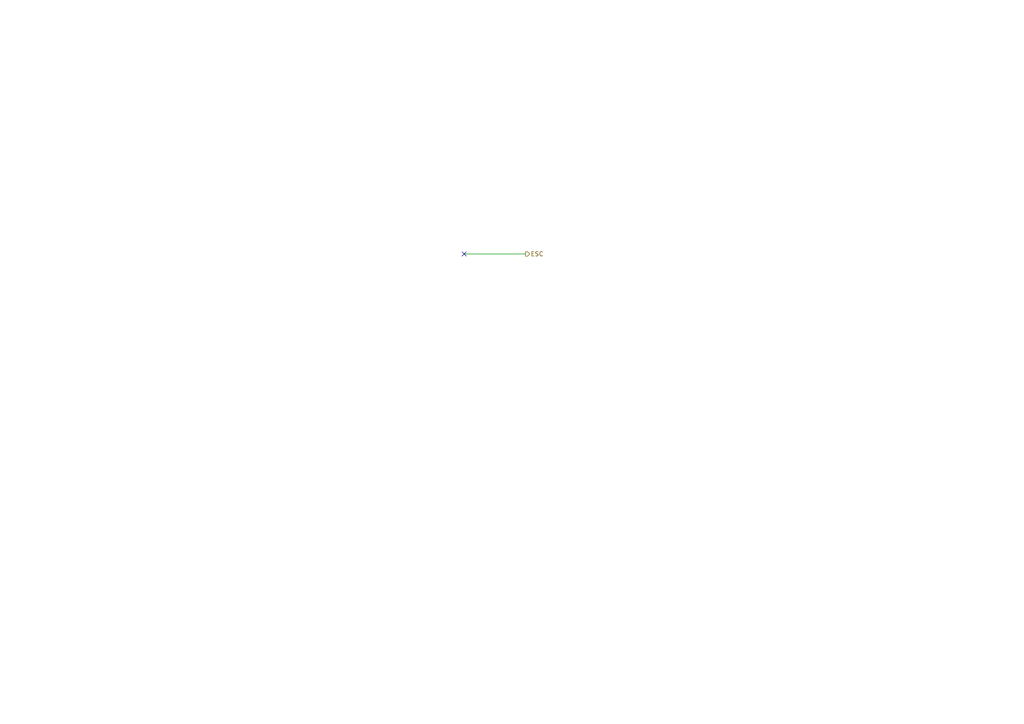
<source format=kicad_sch>
(kicad_sch
	(version 20250114)
	(generator "eeschema")
	(generator_version "9.0")
	(uuid "7f1e262f-dda6-4031-83b6-03327b87db44")
	(paper "A4")
	(lib_symbols)
	(no_connect
		(at 134.62 73.66)
		(uuid "340cae3a-d497-4d9b-81e1-5ac0f1f00014")
	)
	(wire
		(pts
			(xy 134.62 73.66) (xy 152.4 73.66)
		)
		(stroke
			(width 0)
			(type default)
		)
		(uuid "afdd25f1-23fe-4726-8784-06ceffd3ad44")
	)
	(hierarchical_label "ESC"
		(shape output)
		(at 152.4 73.66 0)
		(effects
			(font
				(size 1.27 1.27)
			)
			(justify left)
		)
		(uuid "e2774235-8dd2-40cc-a0a3-cccec7f8b3b5")
	)
)

</source>
